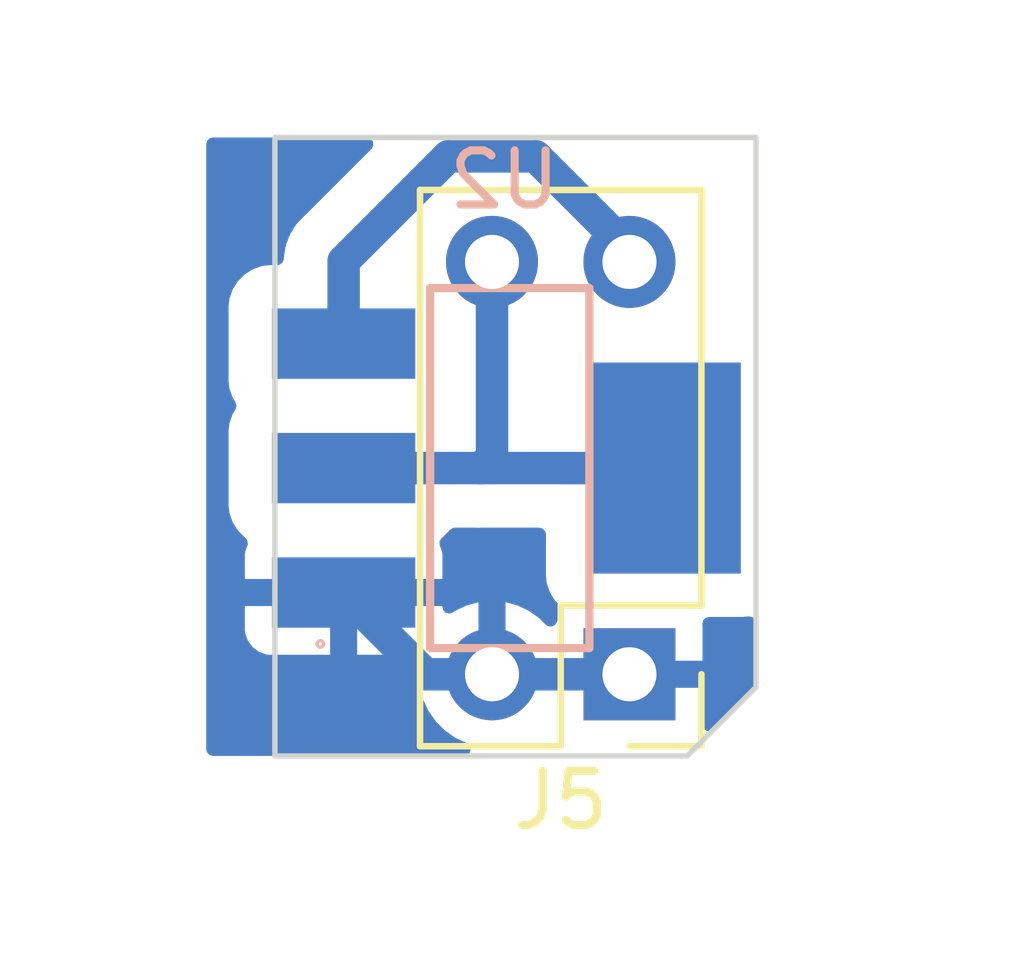
<source format=kicad_pcb>
(kicad_pcb (version 20221018) (generator pcbnew)
  (layers (0 "F.Cu" signal) (31 "B.Cu" signal) (34 "B.Paste" user) (35 "F.Paste" user) (36 "B.SilkS" user "B.Silkscreen") (37 "F.SilkS" user "F.Silkscreen") (38 "B.Mask" user) (39 "F.Mask" user) (44 "Edge.Cuts" user))
  (net 0 "")
  (net 1 "Net-(J5-Pin_8)")
  (net 2 "Net-(J5-Pin_7)")
  (net 3 "GND")
  (footprint "Connector_PinHeader_2.54mm:PinHeader_2x04_P2.54mm_Vertical" (layer "F.Cu") (at 223.721992 35.319975 180)
    (fp_text reference "J5" (at 1.27 -2.33) (layer "F.SilkS"))
    (fp_text value "Conn_02x04_Odd_Even")
    (fp_line (start -1.33 -1.33) (end 0 -1.33) (stroke (width 0.12)) (layer "F.SilkS"))
    (fp_line (start -1.33 0) (end -1.33 -1.33) (stroke (width 0.12)) (layer "F.SilkS"))
    (fp_line (start -1.33 1.27) (end -1.33 8.95) (stroke (width 0.12)) (layer "F.SilkS"))
    (fp_line (start -1.33 1.27) (end 1.27 1.27) (stroke (width 0.12)) (layer "F.SilkS"))
    (fp_line (start -1.33 8.95) (end 3.87 8.95) (stroke (width 0.12)) (layer "F.SilkS"))
    (fp_line (start 1.27 -1.33) (end 3.87 -1.33) (stroke (width 0.12)) (layer "F.SilkS"))
    (fp_line (start 1.27 1.27) (end 1.27 -1.33) (stroke (width 0.12)) (layer "F.SilkS"))
    (fp_line (start 3.87 -1.33) (end 3.87 8.95) (stroke (width 0.12)) (layer "F.SilkS"))
    (pad "1" thru_hole rect (at 0 0 180) (size 1.7 1.7) (drill 1) (layers "*.Cu" "*.Mask") (net 3 "GND"))
    (pad "2" thru_hole oval (at 2.54 0 180) (size 1.7 1.7) (drill 1) (layers "*.Cu" "*.Mask") (net 3 "GND"))
    (pad "7" thru_hole oval (at 0 7.62 180) (size 1.7 1.7) (drill 1) (layers "*.Cu" "*.Mask") (net 2 "Net-(J5-Pin_7)"))
    (pad "8" thru_hole oval (at 2.54 7.62 180) (size 1.7 1.7) (drill 1) (layers "*.Cu" "*.Mask") (net 1 "Net-(J5-Pin_8)"))
  )
  (footprint "jlc_footprints:SOT-223-3_L6.5-W3.4-P2.30-LS7.0-BR" (layer "B.Cu") (at 221.409952 31.509975 180)
    (fp_text reference "U2" (at -0.000013 5.326213) (layer "B.SilkS") (effects (justify mirror)))
    (fp_text value "AMS1117-3_3")
    (fp_line (start -1.571425 -3.326213) (end -1.571425 3.326213) (stroke (width 0.1524)) (layer "B.SilkS"))
    (fp_line (start -1.571425 3.326213) (end 1.371374 3.326213) (stroke (width 0.1524)) (layer "B.SilkS"))
    (fp_line (start 1.371374 -3.326213) (end -1.571425 -3.326213) (stroke (width 0.1524)) (layer "B.SilkS"))
    (fp_line (start 1.371374 3.326213) (end 1.371374 -3.326213) (stroke (width 0.1524)) (layer "B.SilkS"))
    (fp_circle (center 3.400102 -3.249936) (end 3.430074 -3.249936) (stroke (width 0.059995)) (fill none) (layer "B.SilkS"))
    (pad "1" smd rect (at 2.969952 -2.299975 180) (size 2.65 1.3) (layers "B.Cu" "B.Paste" "B.Mask") (net 3 "GND"))
    (pad "2" smd rect (at 2.969952 0 180) (size 2.65 1.3) (layers "B.Cu" "B.Paste" "B.Mask") (net 1 "Net-(J5-Pin_8)"))
    (pad "3" smd rect (at 2.969952 2.299975 180) (size 2.65 1.3) (layers "B.Cu" "B.Paste" "B.Mask") (net 2 "Net-(J5-Pin_7)"))
    (pad "4" smd rect (at -2.969977 0 180) (size 2.8 3.9) (layers "B.Cu" "B.Paste" "B.Mask") (net 1 "Net-(J5-Pin_8)"))
  )
  (gr_poly (pts (xy 224.79 36.83) (xy 226.06 35.56) (xy 226.06 25.4) (xy 217.17 25.4) (xy 217.17 36.83)) (stroke (width 0.1)) (fill none) (layer "Edge.Cuts"))
  (segment (start 221.181992 27.699975) (end 221.181992 31.307983) (width 0.6) (layer "B.Cu") (net 1))
  (segment (start 224.379929 31.509975) (end 220.98 31.509975) (width 0.6) (layer "B.Cu") (net 1))
  (segment (start 221.181992 31.307983) (end 220.98 31.509975) (width 0.6) (layer "B.Cu") (net 1))
  (segment (start 220.98 31.509975) (end 218.44 31.509975) (width 0.6) (layer "B.Cu") (net 1))
  (segment (start 223.721992 27.482258) (end 221.989709 25.749975) (width 0.6) (layer "B.Cu") (net 2))
  (segment (start 221.989709 25.749975) (end 220.374275 25.749975) (width 0.6) (layer "B.Cu") (net 2))
  (segment (start 223.721992 27.699975) (end 223.721992 27.482258) (width 0.6) (layer "B.Cu") (net 2))
  (segment (start 218.44 27.68425) (end 218.44 29.21) (width 0.6) (layer "B.Cu") (net 2))
  (segment (start 220.374275 25.749975) (end 218.44 27.68425) (width 0.6) (layer "B.Cu") (net 2))
  (segment (start 219.950025 35.319975) (end 218.44 33.80995) (width 0.6) (layer "B.Cu") (net 3))
  (segment (start 221.181992 35.319975) (end 219.950025 35.319975) (width 0.6) (layer "B.Cu") (net 3))
  (segment (start 223.721992 35.319975) (end 221.181992 35.319975) (width 0.6) (layer "B.Cu") (net 3))
  (zone (net 3) (net_name "GND") (layer "B.Cu") (connect_pads (clearance 0.5)) (min_thickness 0.25) (fill yes (thermal_gap 0.5) (thermal_bridge_width 0.5))
    (polygon (pts (xy 212.09 22.86) (xy 229.87 22.86) (xy 229.87 40.64) (xy 212.09 40.64)))
  )
)
</source>
